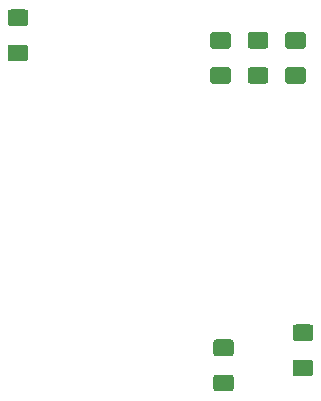
<source format=gbr>
%TF.GenerationSoftware,KiCad,Pcbnew,(5.1.6)-1*%
%TF.CreationDate,2020-10-17T00:26:31-04:00*%
%TF.ProjectId,whs6,77687336-2e6b-4696-9361-645f70636258,rev?*%
%TF.SameCoordinates,Original*%
%TF.FileFunction,Paste,Top*%
%TF.FilePolarity,Positive*%
%FSLAX46Y46*%
G04 Gerber Fmt 4.6, Leading zero omitted, Abs format (unit mm)*
G04 Created by KiCad (PCBNEW (5.1.6)-1) date 2020-10-17 00:26:31*
%MOMM*%
%LPD*%
G01*
G04 APERTURE LIST*
G04 APERTURE END LIST*
%TO.C,F1*%
G36*
G01*
X151140000Y-72530000D02*
X152390000Y-72530000D01*
G75*
G02*
X152640000Y-72780000I0J-250000D01*
G01*
X152640000Y-73705000D01*
G75*
G02*
X152390000Y-73955000I-250000J0D01*
G01*
X151140000Y-73955000D01*
G75*
G02*
X150890000Y-73705000I0J250000D01*
G01*
X150890000Y-72780000D01*
G75*
G02*
X151140000Y-72530000I250000J0D01*
G01*
G37*
G36*
G01*
X151140000Y-69555000D02*
X152390000Y-69555000D01*
G75*
G02*
X152640000Y-69805000I0J-250000D01*
G01*
X152640000Y-70730000D01*
G75*
G02*
X152390000Y-70980000I-250000J0D01*
G01*
X151140000Y-70980000D01*
G75*
G02*
X150890000Y-70730000I0J250000D01*
G01*
X150890000Y-69805000D01*
G75*
G02*
X151140000Y-69555000I250000J0D01*
G01*
G37*
%TD*%
%TO.C,R1*%
G36*
G01*
X128260000Y-47285000D02*
X127010000Y-47285000D01*
G75*
G02*
X126760000Y-47035000I0J250000D01*
G01*
X126760000Y-46110000D01*
G75*
G02*
X127010000Y-45860000I250000J0D01*
G01*
X128260000Y-45860000D01*
G75*
G02*
X128510000Y-46110000I0J-250000D01*
G01*
X128510000Y-47035000D01*
G75*
G02*
X128260000Y-47285000I-250000J0D01*
G01*
G37*
G36*
G01*
X128260000Y-44310000D02*
X127010000Y-44310000D01*
G75*
G02*
X126760000Y-44060000I0J250000D01*
G01*
X126760000Y-43135000D01*
G75*
G02*
X127010000Y-42885000I250000J0D01*
G01*
X128260000Y-42885000D01*
G75*
G02*
X128510000Y-43135000I0J-250000D01*
G01*
X128510000Y-44060000D01*
G75*
G02*
X128260000Y-44310000I-250000J0D01*
G01*
G37*
%TD*%
%TO.C,R2*%
G36*
G01*
X151755000Y-46215000D02*
X150505000Y-46215000D01*
G75*
G02*
X150255000Y-45965000I0J250000D01*
G01*
X150255000Y-45040000D01*
G75*
G02*
X150505000Y-44790000I250000J0D01*
G01*
X151755000Y-44790000D01*
G75*
G02*
X152005000Y-45040000I0J-250000D01*
G01*
X152005000Y-45965000D01*
G75*
G02*
X151755000Y-46215000I-250000J0D01*
G01*
G37*
G36*
G01*
X151755000Y-49190000D02*
X150505000Y-49190000D01*
G75*
G02*
X150255000Y-48940000I0J250000D01*
G01*
X150255000Y-48015000D01*
G75*
G02*
X150505000Y-47765000I250000J0D01*
G01*
X151755000Y-47765000D01*
G75*
G02*
X152005000Y-48015000I0J-250000D01*
G01*
X152005000Y-48940000D01*
G75*
G02*
X151755000Y-49190000I-250000J0D01*
G01*
G37*
%TD*%
%TO.C,R3*%
G36*
G01*
X145405000Y-49190000D02*
X144155000Y-49190000D01*
G75*
G02*
X143905000Y-48940000I0J250000D01*
G01*
X143905000Y-48015000D01*
G75*
G02*
X144155000Y-47765000I250000J0D01*
G01*
X145405000Y-47765000D01*
G75*
G02*
X145655000Y-48015000I0J-250000D01*
G01*
X145655000Y-48940000D01*
G75*
G02*
X145405000Y-49190000I-250000J0D01*
G01*
G37*
G36*
G01*
X145405000Y-46215000D02*
X144155000Y-46215000D01*
G75*
G02*
X143905000Y-45965000I0J250000D01*
G01*
X143905000Y-45040000D01*
G75*
G02*
X144155000Y-44790000I250000J0D01*
G01*
X145405000Y-44790000D01*
G75*
G02*
X145655000Y-45040000I0J-250000D01*
G01*
X145655000Y-45965000D01*
G75*
G02*
X145405000Y-46215000I-250000J0D01*
G01*
G37*
%TD*%
%TO.C,R4*%
G36*
G01*
X148580000Y-46215000D02*
X147330000Y-46215000D01*
G75*
G02*
X147080000Y-45965000I0J250000D01*
G01*
X147080000Y-45040000D01*
G75*
G02*
X147330000Y-44790000I250000J0D01*
G01*
X148580000Y-44790000D01*
G75*
G02*
X148830000Y-45040000I0J-250000D01*
G01*
X148830000Y-45965000D01*
G75*
G02*
X148580000Y-46215000I-250000J0D01*
G01*
G37*
G36*
G01*
X148580000Y-49190000D02*
X147330000Y-49190000D01*
G75*
G02*
X147080000Y-48940000I0J250000D01*
G01*
X147080000Y-48015000D01*
G75*
G02*
X147330000Y-47765000I250000J0D01*
G01*
X148580000Y-47765000D01*
G75*
G02*
X148830000Y-48015000I0J-250000D01*
G01*
X148830000Y-48940000D01*
G75*
G02*
X148580000Y-49190000I-250000J0D01*
G01*
G37*
%TD*%
%TO.C,R5*%
G36*
G01*
X144409000Y-70825000D02*
X145659000Y-70825000D01*
G75*
G02*
X145909000Y-71075000I0J-250000D01*
G01*
X145909000Y-72000000D01*
G75*
G02*
X145659000Y-72250000I-250000J0D01*
G01*
X144409000Y-72250000D01*
G75*
G02*
X144159000Y-72000000I0J250000D01*
G01*
X144159000Y-71075000D01*
G75*
G02*
X144409000Y-70825000I250000J0D01*
G01*
G37*
G36*
G01*
X144409000Y-73800000D02*
X145659000Y-73800000D01*
G75*
G02*
X145909000Y-74050000I0J-250000D01*
G01*
X145909000Y-74975000D01*
G75*
G02*
X145659000Y-75225000I-250000J0D01*
G01*
X144409000Y-75225000D01*
G75*
G02*
X144159000Y-74975000I0J250000D01*
G01*
X144159000Y-74050000D01*
G75*
G02*
X144409000Y-73800000I250000J0D01*
G01*
G37*
%TD*%
M02*

</source>
